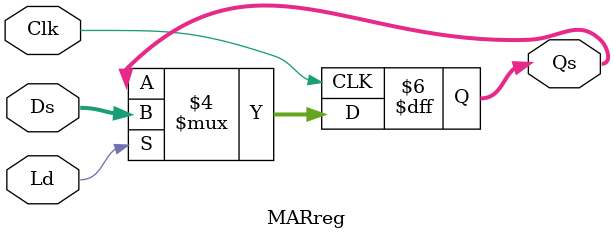
<source format=v>
module MARreg (output reg[31:0] Qs, input [31:0] Ds, input Ld, Clk);
	always @(posedge Clk) begin
		if(Ld) Qs = Ds;
	end
	initial $monitor("MAR = %d", Qs);
endmodule
</source>
